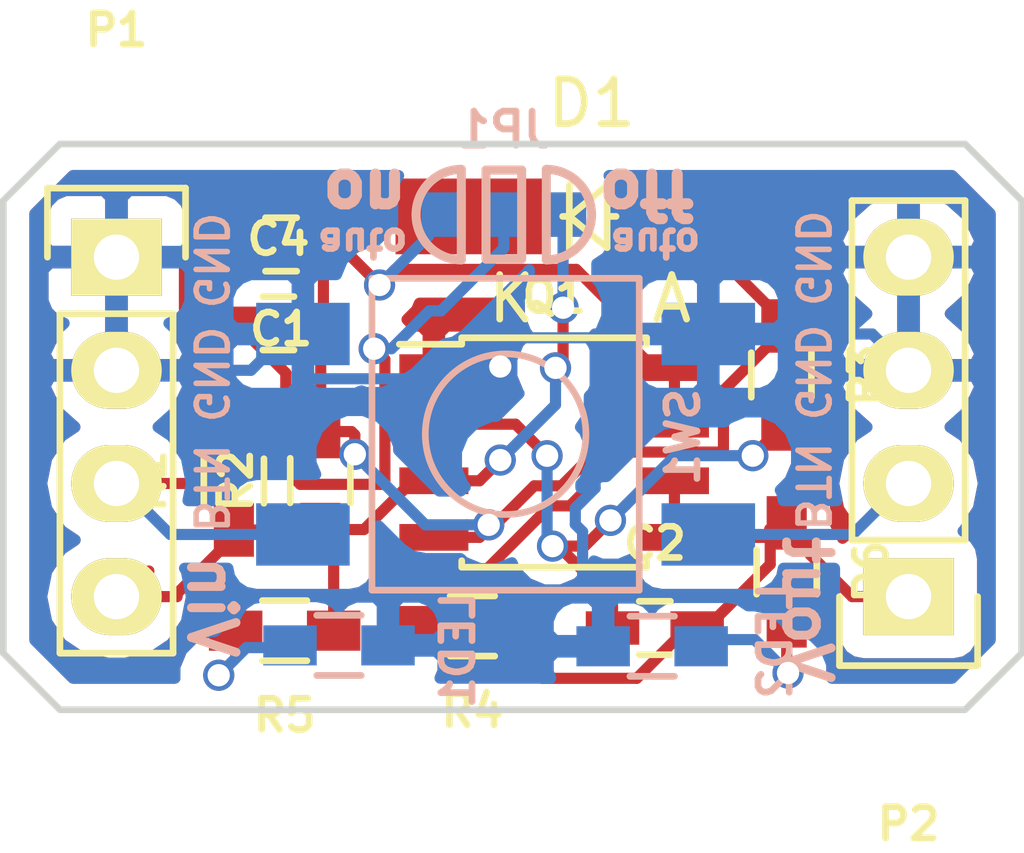
<source format=kicad_pcb>
(kicad_pcb (version 4) (host pcbnew 4.1.0-alpha+201606061201+6885~45~ubuntu14.04.1-product)

  (general
    (links 37)
    (no_connects 1)
    (area 215.824999 100.254999 238.835001 113.105001)
    (thickness 1.6)
    (drawings 20)
    (tracks 196)
    (zones 0)
    (modules 17)
    (nets 11)
  )

  (page A4)
  (layers
    (0 F.Cu signal)
    (31 B.Cu signal)
    (32 B.Adhes user)
    (33 F.Adhes user)
    (34 B.Paste user)
    (35 F.Paste user)
    (36 B.SilkS user hide)
    (37 F.SilkS user)
    (38 B.Mask user)
    (39 F.Mask user)
    (40 Dwgs.User user)
    (41 Cmts.User user)
    (42 Eco1.User user)
    (43 Eco2.User user)
    (44 Edge.Cuts user)
    (45 Margin user)
    (46 B.CrtYd user)
    (47 F.CrtYd user)
    (48 B.Fab user)
    (49 F.Fab user)
  )

  (setup
    (last_trace_width 0.25)
    (user_trace_width 0.2)
    (trace_clearance 0.2)
    (zone_clearance 0.508)
    (zone_45_only no)
    (trace_min 0.2)
    (segment_width 0.2)
    (edge_width 0.15)
    (via_size 0.7)
    (via_drill 0.5)
    (via_min_size 0.4)
    (via_min_drill 0.3)
    (uvia_size 0.3)
    (uvia_drill 0.1)
    (uvias_allowed no)
    (uvia_min_size 0.2)
    (uvia_min_drill 0.1)
    (pcb_text_width 0.3)
    (pcb_text_size 1.5 1.5)
    (mod_edge_width 0.15)
    (mod_text_size 0.7 0.7)
    (mod_text_width 0.15)
    (pad_size 1.524 1.524)
    (pad_drill 0.762)
    (pad_to_mask_clearance 0.2)
    (aux_axis_origin 0 0)
    (grid_origin 217.175 100.345)
    (visible_elements 7FFCFFFF)
    (pcbplotparams
      (layerselection 0x010f0_80000001)
      (usegerberextensions true)
      (excludeedgelayer true)
      (linewidth 0.100000)
      (plotframeref false)
      (viasonmask false)
      (mode 1)
      (useauxorigin false)
      (hpglpennumber 1)
      (hpglpenspeed 20)
      (hpglpendiameter 15)
      (psnegative false)
      (psa4output false)
      (plotreference true)
      (plotvalue true)
      (plotinvisibletext false)
      (padsonsilk false)
      (subtractmaskfromsilk false)
      (outputformat 1)
      (mirror false)
      (drillshape 0)
      (scaleselection 1)
      (outputdirectory ../gerbers/))
  )

  (net 0 "")
  (net 1 "Net-(C1-Pad1)")
  (net 2 /Button)
  (net 3 "Net-(C2-Pad1)")
  (net 4 /Vout)
  (net 5 "Net-(D1-Pad2)")
  (net 6 GND)
  (net 7 /Vin)
  (net 8 "Net-(LED2-Pad2)")
  (net 9 "Net-(LED1-Pad2)")
  (net 10 "Net-(C4-Pad1)")

  (net_class Default "This is the default net class."
    (clearance 0.2)
    (trace_width 0.25)
    (via_dia 0.7)
    (via_drill 0.5)
    (uvia_dia 0.3)
    (uvia_drill 0.1)
    (add_net /Button)
    (add_net /Vin)
    (add_net /Vout)
    (add_net GND)
    (add_net "Net-(C1-Pad1)")
    (add_net "Net-(C2-Pad1)")
    (add_net "Net-(C4-Pad1)")
    (add_net "Net-(D1-Pad2)")
    (add_net "Net-(LED1-Pad2)")
    (add_net "Net-(LED2-Pad2)")
  )

  (module KiCad/Resistors_SMD.pretty:R_0603_HandSoldering (layer F.Cu) (tedit 5418A00F) (tstamp 5759521E)
    (at 233.485 109.935 270)
    (descr "Resistor SMD 0603, hand soldering")
    (tags "resistor 0603")
    (path /57595185)
    (attr smd)
    (fp_text reference R6 (at 0 -1.9 270) (layer F.SilkS)
      (effects (font (size 0.7 0.7) (thickness 0.15)))
    )
    (fp_text value 1k (at 0 1.9 270) (layer F.Fab)
      (effects (font (size 1 1) (thickness 0.15)))
    )
    (fp_line (start -2 -0.8) (end 2 -0.8) (layer F.CrtYd) (width 0.05))
    (fp_line (start -2 0.8) (end 2 0.8) (layer F.CrtYd) (width 0.05))
    (fp_line (start -2 -0.8) (end -2 0.8) (layer F.CrtYd) (width 0.05))
    (fp_line (start 2 -0.8) (end 2 0.8) (layer F.CrtYd) (width 0.05))
    (fp_line (start 0.5 0.675) (end -0.5 0.675) (layer F.SilkS) (width 0.15))
    (fp_line (start -0.5 -0.675) (end 0.5 -0.675) (layer F.SilkS) (width 0.15))
    (pad 1 smd rect (at -1.1 0 270) (size 1.2 0.9) (layers F.Cu F.Paste F.Mask)
      (net 4 /Vout))
    (pad 2 smd rect (at 1.1 0 270) (size 1.2 0.9) (layers F.Cu F.Paste F.Mask)
      (net 8 "Net-(LED2-Pad2)"))
    (model Resistors_SMD.3dshapes/R_0603_HandSoldering.wrl
      (at (xyz 0 0 0))
      (scale (xyz 1 1 1))
      (rotate (xyz 0 0 0))
    )
  )

  (module KiCad/Resistors_SMD.pretty:R_0603_HandSoldering (layer F.Cu) (tedit 5418A00F) (tstamp 5759522E)
    (at 222.215 111.255 180)
    (descr "Resistor SMD 0603, hand soldering")
    (tags "resistor 0603")
    (path /57595945)
    (attr smd)
    (fp_text reference R5 (at 0 -1.9 180) (layer F.SilkS)
      (effects (font (size 0.7 0.7) (thickness 0.15)))
    )
    (fp_text value 1k (at 0 1.9 180) (layer F.Fab)
      (effects (font (size 1 1) (thickness 0.15)))
    )
    (fp_line (start -2 -0.8) (end 2 -0.8) (layer F.CrtYd) (width 0.05))
    (fp_line (start -2 0.8) (end 2 0.8) (layer F.CrtYd) (width 0.05))
    (fp_line (start -2 -0.8) (end -2 0.8) (layer F.CrtYd) (width 0.05))
    (fp_line (start 2 -0.8) (end 2 0.8) (layer F.CrtYd) (width 0.05))
    (fp_line (start 0.5 0.675) (end -0.5 0.675) (layer F.SilkS) (width 0.15))
    (fp_line (start -0.5 -0.675) (end 0.5 -0.675) (layer F.SilkS) (width 0.15))
    (pad 1 smd rect (at -1.1 0 180) (size 1.2 0.9) (layers F.Cu F.Paste F.Mask)
      (net 7 /Vin))
    (pad 2 smd rect (at 1.1 0 180) (size 1.2 0.9) (layers F.Cu F.Paste F.Mask)
      (net 9 "Net-(LED1-Pad2)"))
    (model Resistors_SMD.3dshapes/R_0603_HandSoldering.wrl
      (at (xyz 0 0 0))
      (scale (xyz 1 1 1))
      (rotate (xyz 0 0 0))
    )
  )

  (module KiCad/Resistors_SMD.pretty:R_0603_HandSoldering (layer F.Cu) (tedit 5418A00F) (tstamp 57595239)
    (at 226.43 111.15 180)
    (descr "Resistor SMD 0603, hand soldering")
    (tags "resistor 0603")
    (path /569FD783)
    (attr smd)
    (fp_text reference R4 (at 0 -1.9 180) (layer F.SilkS)
      (effects (font (size 0.7 0.7) (thickness 0.15)))
    )
    (fp_text value 100k (at 0 1.9 180) (layer F.Fab)
      (effects (font (size 1 1) (thickness 0.15)))
    )
    (fp_line (start -2 -0.8) (end 2 -0.8) (layer F.CrtYd) (width 0.05))
    (fp_line (start -2 0.8) (end 2 0.8) (layer F.CrtYd) (width 0.05))
    (fp_line (start -2 -0.8) (end -2 0.8) (layer F.CrtYd) (width 0.05))
    (fp_line (start 2 -0.8) (end 2 0.8) (layer F.CrtYd) (width 0.05))
    (fp_line (start 0.5 0.675) (end -0.5 0.675) (layer F.SilkS) (width 0.15))
    (fp_line (start -0.5 -0.675) (end 0.5 -0.675) (layer F.SilkS) (width 0.15))
    (pad 1 smd rect (at -1.1 0 180) (size 1.2 0.9) (layers F.Cu F.Paste F.Mask)
      (net 4 /Vout))
    (pad 2 smd rect (at 1.1 0 180) (size 1.2 0.9) (layers F.Cu F.Paste F.Mask)
      (net 5 "Net-(D1-Pad2)"))
    (model Resistors_SMD.3dshapes/R_0603_HandSoldering.wrl
      (at (xyz 0 0 0))
      (scale (xyz 1 1 1))
      (rotate (xyz 0 0 0))
    )
  )

  (module KiCad/Resistors_SMD.pretty:R_0603_HandSoldering (layer F.Cu) (tedit 5418A00F) (tstamp 57595248)
    (at 221.075 107.895 90)
    (descr "Resistor SMD 0603, hand soldering")
    (tags "resistor 0603")
    (path /569FC430)
    (attr smd)
    (fp_text reference R1 (at 0 -1.9 90) (layer F.SilkS)
      (effects (font (size 0.7 0.7) (thickness 0.15)))
    )
    (fp_text value 10k (at 0 1.9 90) (layer F.Fab)
      (effects (font (size 1 1) (thickness 0.15)))
    )
    (fp_line (start -2 -0.8) (end 2 -0.8) (layer F.CrtYd) (width 0.05))
    (fp_line (start -2 0.8) (end 2 0.8) (layer F.CrtYd) (width 0.05))
    (fp_line (start -2 -0.8) (end -2 0.8) (layer F.CrtYd) (width 0.05))
    (fp_line (start 2 -0.8) (end 2 0.8) (layer F.CrtYd) (width 0.05))
    (fp_line (start 0.5 0.675) (end -0.5 0.675) (layer F.SilkS) (width 0.15))
    (fp_line (start -0.5 -0.675) (end 0.5 -0.675) (layer F.SilkS) (width 0.15))
    (pad 1 smd rect (at -1.1 0 90) (size 1.2 0.9) (layers F.Cu F.Paste F.Mask)
      (net 7 /Vin))
    (pad 2 smd rect (at 1.1 0 90) (size 1.2 0.9) (layers F.Cu F.Paste F.Mask)
      (net 2 /Button))
    (model Resistors_SMD.3dshapes/R_0603_HandSoldering.wrl
      (at (xyz 0 0 0))
      (scale (xyz 1 1 1))
      (rotate (xyz 0 0 0))
    )
  )

  (module KiCad/Resistors_SMD.pretty:R_0603_HandSoldering (layer F.Cu) (tedit 5418A00F) (tstamp 57595257)
    (at 223.015 107.885 90)
    (descr "Resistor SMD 0603, hand soldering")
    (tags "resistor 0603")
    (path /569FC492)
    (attr smd)
    (fp_text reference R2 (at 0 -1.9 90) (layer F.SilkS)
      (effects (font (size 0.7 0.7) (thickness 0.15)))
    )
    (fp_text value 100k (at 0 1.9 90) (layer F.Fab)
      (effects (font (size 1 1) (thickness 0.15)))
    )
    (fp_line (start -2 -0.8) (end 2 -0.8) (layer F.CrtYd) (width 0.05))
    (fp_line (start -2 0.8) (end 2 0.8) (layer F.CrtYd) (width 0.05))
    (fp_line (start -2 -0.8) (end -2 0.8) (layer F.CrtYd) (width 0.05))
    (fp_line (start 2 -0.8) (end 2 0.8) (layer F.CrtYd) (width 0.05))
    (fp_line (start 0.5 0.675) (end -0.5 0.675) (layer F.SilkS) (width 0.15))
    (fp_line (start -0.5 -0.675) (end 0.5 -0.675) (layer F.SilkS) (width 0.15))
    (pad 1 smd rect (at -1.1 0 90) (size 1.2 0.9) (layers F.Cu F.Paste F.Mask)
      (net 7 /Vin))
    (pad 2 smd rect (at 1.1 0 90) (size 1.2 0.9) (layers F.Cu F.Paste F.Mask)
      (net 1 "Net-(C1-Pad1)"))
    (model Resistors_SMD.3dshapes/R_0603_HandSoldering.wrl
      (at (xyz 0 0 0))
      (scale (xyz 1 1 1))
      (rotate (xyz 0 0 0))
    )
  )

  (module KiCad/Resistors_SMD.pretty:R_0603_HandSoldering (layer F.Cu) (tedit 5418A00F) (tstamp 57595266)
    (at 233.365 105.515 270)
    (descr "Resistor SMD 0603, hand soldering")
    (tags "resistor 0603")
    (path /569FD864)
    (attr smd)
    (fp_text reference R3 (at 0 -1.9 270) (layer F.SilkS)
      (effects (font (size 0.7 0.7) (thickness 0.15)))
    )
    (fp_text value 300k (at 0 1.9 270) (layer F.Fab)
      (effects (font (size 1 1) (thickness 0.15)))
    )
    (fp_line (start -2 -0.8) (end 2 -0.8) (layer F.CrtYd) (width 0.05))
    (fp_line (start -2 0.8) (end 2 0.8) (layer F.CrtYd) (width 0.05))
    (fp_line (start -2 -0.8) (end -2 0.8) (layer F.CrtYd) (width 0.05))
    (fp_line (start 2 -0.8) (end 2 0.8) (layer F.CrtYd) (width 0.05))
    (fp_line (start 0.5 0.675) (end -0.5 0.675) (layer F.SilkS) (width 0.15))
    (fp_line (start -0.5 -0.675) (end 0.5 -0.675) (layer F.SilkS) (width 0.15))
    (pad 1 smd rect (at -1.1 0 270) (size 1.2 0.9) (layers F.Cu F.Paste F.Mask)
      (net 5 "Net-(D1-Pad2)"))
    (pad 2 smd rect (at 1.1 0 270) (size 1.2 0.9) (layers F.Cu F.Paste F.Mask)
      (net 3 "Net-(C2-Pad1)"))
    (model Resistors_SMD.3dshapes/R_0603_HandSoldering.wrl
      (at (xyz 0 0 0))
      (scale (xyz 1 1 1))
      (rotate (xyz 0 0 0))
    )
  )

  (module KiCad/Pin_Headers.pretty:Pin_Header_Straight_1x04 (layer F.Cu) (tedit 0) (tstamp 57595275)
    (at 236.22 110.49 180)
    (descr "Through hole pin header")
    (tags "pin header")
    (path /569FCF63)
    (fp_text reference P2 (at 0 -5.1 180) (layer F.SilkS)
      (effects (font (size 0.7 0.7) (thickness 0.15)))
    )
    (fp_text value CONN_01X04 (at 0 -3.1 180) (layer F.Fab)
      (effects (font (size 1 1) (thickness 0.15)))
    )
    (fp_line (start -1.75 -1.75) (end -1.75 9.4) (layer F.CrtYd) (width 0.05))
    (fp_line (start 1.75 -1.75) (end 1.75 9.4) (layer F.CrtYd) (width 0.05))
    (fp_line (start -1.75 -1.75) (end 1.75 -1.75) (layer F.CrtYd) (width 0.05))
    (fp_line (start -1.75 9.4) (end 1.75 9.4) (layer F.CrtYd) (width 0.05))
    (fp_line (start -1.27 1.27) (end -1.27 8.89) (layer F.SilkS) (width 0.15))
    (fp_line (start 1.27 1.27) (end 1.27 8.89) (layer F.SilkS) (width 0.15))
    (fp_line (start 1.55 -1.55) (end 1.55 0) (layer F.SilkS) (width 0.15))
    (fp_line (start -1.27 8.89) (end 1.27 8.89) (layer F.SilkS) (width 0.15))
    (fp_line (start 1.27 1.27) (end -1.27 1.27) (layer F.SilkS) (width 0.15))
    (fp_line (start -1.55 0) (end -1.55 -1.55) (layer F.SilkS) (width 0.15))
    (fp_line (start -1.55 -1.55) (end 1.55 -1.55) (layer F.SilkS) (width 0.15))
    (pad 1 thru_hole rect (at 0 0 180) (size 2.032 1.7272) (drill 1.016) (layers *.Cu *.Mask F.SilkS)
      (net 4 /Vout))
    (pad 2 thru_hole oval (at 0 2.54 180) (size 2.032 1.7272) (drill 1.016) (layers *.Cu *.Mask F.SilkS)
      (net 2 /Button))
    (pad 3 thru_hole oval (at 0 5.08 180) (size 2.032 1.7272) (drill 1.016) (layers *.Cu *.Mask F.SilkS)
      (net 6 GND))
    (pad 4 thru_hole oval (at 0 7.62 180) (size 2.032 1.7272) (drill 1.016) (layers *.Cu *.Mask F.SilkS)
      (net 6 GND))
    (model Pin_Headers.3dshapes/Pin_Header_Straight_1x04.wrl
      (at (xyz 0 -0.15 0))
      (scale (xyz 1 1 1))
      (rotate (xyz 0 0 90))
    )
  )

  (module KiCad/Pin_Headers.pretty:Pin_Header_Straight_1x04 (layer F.Cu) (tedit 0) (tstamp 5759528A)
    (at 218.44 102.87)
    (descr "Through hole pin header")
    (tags "pin header")
    (path /569FC392)
    (fp_text reference P1 (at 0 -5.1) (layer F.SilkS)
      (effects (font (size 0.7 0.7) (thickness 0.15)))
    )
    (fp_text value CONN_01X04 (at 0 -3.1) (layer F.Fab)
      (effects (font (size 1 1) (thickness 0.15)))
    )
    (fp_line (start -1.75 -1.75) (end -1.75 9.4) (layer F.CrtYd) (width 0.05))
    (fp_line (start 1.75 -1.75) (end 1.75 9.4) (layer F.CrtYd) (width 0.05))
    (fp_line (start -1.75 -1.75) (end 1.75 -1.75) (layer F.CrtYd) (width 0.05))
    (fp_line (start -1.75 9.4) (end 1.75 9.4) (layer F.CrtYd) (width 0.05))
    (fp_line (start -1.27 1.27) (end -1.27 8.89) (layer F.SilkS) (width 0.15))
    (fp_line (start 1.27 1.27) (end 1.27 8.89) (layer F.SilkS) (width 0.15))
    (fp_line (start 1.55 -1.55) (end 1.55 0) (layer F.SilkS) (width 0.15))
    (fp_line (start -1.27 8.89) (end 1.27 8.89) (layer F.SilkS) (width 0.15))
    (fp_line (start 1.27 1.27) (end -1.27 1.27) (layer F.SilkS) (width 0.15))
    (fp_line (start -1.55 0) (end -1.55 -1.55) (layer F.SilkS) (width 0.15))
    (fp_line (start -1.55 -1.55) (end 1.55 -1.55) (layer F.SilkS) (width 0.15))
    (pad 1 thru_hole rect (at 0 0) (size 2.032 1.7272) (drill 1.016) (layers *.Cu *.Mask F.SilkS)
      (net 6 GND))
    (pad 2 thru_hole oval (at 0 2.54) (size 2.032 1.7272) (drill 1.016) (layers *.Cu *.Mask F.SilkS)
      (net 6 GND))
    (pad 3 thru_hole oval (at 0 5.08) (size 2.032 1.7272) (drill 1.016) (layers *.Cu *.Mask F.SilkS)
      (net 2 /Button))
    (pad 4 thru_hole oval (at 0 7.62) (size 2.032 1.7272) (drill 1.016) (layers *.Cu *.Mask F.SilkS)
      (net 7 /Vin))
    (model Pin_Headers.3dshapes/Pin_Header_Straight_1x04.wrl
      (at (xyz 0 -0.15 0))
      (scale (xyz 1 1 1))
      (rotate (xyz 0 0 90))
    )
  )

  (module KiCad/Capacitors_SMD.pretty:C_0603_HandSoldering (layer F.Cu) (tedit 541A9B4D) (tstamp 575952CE)
    (at 230.525 111.195)
    (descr "Capacitor SMD 0603, hand soldering")
    (tags "capacitor 0603")
    (path /569FCE3F)
    (attr smd)
    (fp_text reference C2 (at 0 -1.9) (layer F.SilkS)
      (effects (font (size 0.7 0.7) (thickness 0.15)))
    )
    (fp_text value 10uF (at 0 1.9) (layer F.Fab)
      (effects (font (size 1 1) (thickness 0.15)))
    )
    (fp_line (start -1.85 -0.75) (end 1.85 -0.75) (layer F.CrtYd) (width 0.05))
    (fp_line (start -1.85 0.75) (end 1.85 0.75) (layer F.CrtYd) (width 0.05))
    (fp_line (start -1.85 -0.75) (end -1.85 0.75) (layer F.CrtYd) (width 0.05))
    (fp_line (start 1.85 -0.75) (end 1.85 0.75) (layer F.CrtYd) (width 0.05))
    (fp_line (start -0.35 -0.6) (end 0.35 -0.6) (layer F.SilkS) (width 0.15))
    (fp_line (start 0.35 0.6) (end -0.35 0.6) (layer F.SilkS) (width 0.15))
    (pad 1 smd rect (at -0.95 0) (size 1.2 0.75) (layers F.Cu F.Paste F.Mask)
      (net 3 "Net-(C2-Pad1)"))
    (pad 2 smd rect (at 0.95 0) (size 1.2 0.75) (layers F.Cu F.Paste F.Mask)
      (net 4 /Vout))
    (model Capacitors_SMD.3dshapes/C_0603_HandSoldering.wrl
      (at (xyz 0 0 0))
      (scale (xyz 1 1 1))
      (rotate (xyz 0 0 0))
    )
  )

  (module KiCad/Capacitors_SMD.pretty:C_0603_HandSoldering (layer F.Cu) (tedit 541A9B4D) (tstamp 575952E2)
    (at 222.075 104.355)
    (descr "Capacitor SMD 0603, hand soldering")
    (tags "capacitor 0603")
    (path /57563AC8)
    (attr smd)
    (fp_text reference C4 (at 0 -1.9) (layer F.SilkS)
      (effects (font (size 0.7 0.7) (thickness 0.15)))
    )
    (fp_text value 0.1uF (at 0 1.9) (layer F.Fab)
      (effects (font (size 1 1) (thickness 0.15)))
    )
    (fp_line (start -1.85 -0.75) (end 1.85 -0.75) (layer F.CrtYd) (width 0.05))
    (fp_line (start -1.85 0.75) (end 1.85 0.75) (layer F.CrtYd) (width 0.05))
    (fp_line (start -1.85 -0.75) (end -1.85 0.75) (layer F.CrtYd) (width 0.05))
    (fp_line (start 1.85 -0.75) (end 1.85 0.75) (layer F.CrtYd) (width 0.05))
    (fp_line (start -0.35 -0.6) (end 0.35 -0.6) (layer F.SilkS) (width 0.15))
    (fp_line (start 0.35 0.6) (end -0.35 0.6) (layer F.SilkS) (width 0.15))
    (pad 1 smd rect (at -0.95 0) (size 1.2 0.75) (layers F.Cu F.Paste F.Mask)
      (net 10 "Net-(C4-Pad1)"))
    (pad 2 smd rect (at 0.95 0) (size 1.2 0.75) (layers F.Cu F.Paste F.Mask)
      (net 1 "Net-(C1-Pad1)"))
    (model Capacitors_SMD.3dshapes/C_0603_HandSoldering.wrl
      (at (xyz 0 0 0))
      (scale (xyz 1 1 1))
      (rotate (xyz 0 0 0))
    )
  )

  (module KiCad/Capacitors_SMD.pretty:C_0603_HandSoldering (layer F.Cu) (tedit 541A9B4D) (tstamp 575952ED)
    (at 222.135 102.585 180)
    (descr "Capacitor SMD 0603, hand soldering")
    (tags "capacitor 0603")
    (path /569FC537)
    (attr smd)
    (fp_text reference C1 (at 0 -1.9 180) (layer F.SilkS)
      (effects (font (size 0.7 0.7) (thickness 0.15)))
    )
    (fp_text value 1uF (at 0 1.9 180) (layer F.Fab)
      (effects (font (size 1 1) (thickness 0.15)))
    )
    (fp_line (start -1.85 -0.75) (end 1.85 -0.75) (layer F.CrtYd) (width 0.05))
    (fp_line (start -1.85 0.75) (end 1.85 0.75) (layer F.CrtYd) (width 0.05))
    (fp_line (start -1.85 -0.75) (end -1.85 0.75) (layer F.CrtYd) (width 0.05))
    (fp_line (start 1.85 -0.75) (end 1.85 0.75) (layer F.CrtYd) (width 0.05))
    (fp_line (start -0.35 -0.6) (end 0.35 -0.6) (layer F.SilkS) (width 0.15))
    (fp_line (start 0.35 0.6) (end -0.35 0.6) (layer F.SilkS) (width 0.15))
    (pad 1 smd rect (at -0.95 0 180) (size 1.2 0.75) (layers F.Cu F.Paste F.Mask)
      (net 1 "Net-(C1-Pad1)"))
    (pad 2 smd rect (at 0.95 0 180) (size 1.2 0.75) (layers F.Cu F.Paste F.Mask)
      (net 2 /Button))
    (model Capacitors_SMD.3dshapes/C_0603_HandSoldering.wrl
      (at (xyz 0 0 0))
      (scale (xyz 1 1 1))
      (rotate (xyz 0 0 0))
    )
  )

  (module custom:FSM2JSMA (layer B.Cu) (tedit 57596A88) (tstamp 57596D36)
    (at 227.175 106.845 270)
    (path /569FEA9F)
    (fp_text reference SW1 (at 0.06 -3.98 90) (layer B.SilkS)
      (effects (font (size 0.7 0.7) (thickness 0.15)) (justify mirror))
    )
    (fp_text value SW_PUSH_SMALL (at 0 0.5 270) (layer B.Fab)
      (effects (font (size 1 1) (thickness 0.15)) (justify mirror))
    )
    (fp_circle (center 0 0) (end 1.5 -1) (layer B.SilkS) (width 0.15))
    (fp_line (start 3.5 3) (end -3.5 3) (layer B.SilkS) (width 0.15))
    (fp_line (start 3.5 -3) (end 3.5 3) (layer B.SilkS) (width 0.15))
    (fp_line (start -3.5 -3) (end 3.5 -3) (layer B.SilkS) (width 0.15))
    (fp_line (start -3.5 3) (end -3.5 -3) (layer B.SilkS) (width 0.15))
    (pad 2 smd rect (at -2.25 4.55 270) (size 1.4 2.1) (layers B.Cu B.Paste B.Mask)
      (net 6 GND))
    (pad 1 smd rect (at 2.25 -4.55 270) (size 1.4 2.1) (layers B.Cu B.Paste B.Mask)
      (net 2 /Button))
    (pad 2 smd rect (at -2.25 -4.55 270) (size 1.4 2.1) (layers B.Cu B.Paste B.Mask)
      (net 6 GND))
    (pad 1 smd rect (at 2.25 4.55 270) (size 1.4 2.1) (layers B.Cu B.Paste B.Mask)
      (net 2 /Button))
  )

  (module KiCad/Housings_SOIC.pretty:SOIC-8_3.9x4.9mm_Pitch1.27mm (layer F.Cu) (tedit 54130A77) (tstamp 57598F4B)
    (at 228.265 107.255)
    (descr "8-Lead Plastic Small Outline (SN) - Narrow, 3.90 mm Body [SOIC] (see Microchip Packaging Specification 00000049BS.pdf)")
    (tags "SOIC 1.27")
    (path /569FBD83)
    (attr smd)
    (fp_text reference Q1 (at 0 -3.5) (layer F.SilkS)
      (effects (font (size 0.7 0.7) (thickness 0.15)))
    )
    (fp_text value IRF7309IPBF (at 0 3.5) (layer F.Fab)
      (effects (font (size 1 1) (thickness 0.15)))
    )
    (fp_line (start -3.75 -2.75) (end -3.75 2.75) (layer F.CrtYd) (width 0.05))
    (fp_line (start 3.75 -2.75) (end 3.75 2.75) (layer F.CrtYd) (width 0.05))
    (fp_line (start -3.75 -2.75) (end 3.75 -2.75) (layer F.CrtYd) (width 0.05))
    (fp_line (start -3.75 2.75) (end 3.75 2.75) (layer F.CrtYd) (width 0.05))
    (fp_line (start -2.075 -2.575) (end -2.075 -2.43) (layer F.SilkS) (width 0.15))
    (fp_line (start 2.075 -2.575) (end 2.075 -2.43) (layer F.SilkS) (width 0.15))
    (fp_line (start 2.075 2.575) (end 2.075 2.43) (layer F.SilkS) (width 0.15))
    (fp_line (start -2.075 2.575) (end -2.075 2.43) (layer F.SilkS) (width 0.15))
    (fp_line (start -2.075 -2.575) (end 2.075 -2.575) (layer F.SilkS) (width 0.15))
    (fp_line (start -2.075 2.575) (end 2.075 2.575) (layer F.SilkS) (width 0.15))
    (fp_line (start -2.075 -2.43) (end -3.475 -2.43) (layer F.SilkS) (width 0.15))
    (pad 1 smd rect (at -2.7 -1.905) (size 1.55 0.6) (layers F.Cu F.Paste F.Mask)
      (net 6 GND))
    (pad 2 smd rect (at -2.7 -0.635) (size 1.55 0.6) (layers F.Cu F.Paste F.Mask)
      (net 3 "Net-(C2-Pad1)"))
    (pad 3 smd rect (at -2.7 0.635) (size 1.55 0.6) (layers F.Cu F.Paste F.Mask)
      (net 7 /Vin))
    (pad 4 smd rect (at -2.7 1.905) (size 1.55 0.6) (layers F.Cu F.Paste F.Mask)
      (net 1 "Net-(C1-Pad1)"))
    (pad 5 smd rect (at 2.7 1.905) (size 1.55 0.6) (layers F.Cu F.Paste F.Mask)
      (net 4 /Vout))
    (pad 6 smd rect (at 2.7 0.635) (size 1.55 0.6) (layers F.Cu F.Paste F.Mask)
      (net 4 /Vout))
    (pad 7 smd rect (at 2.7 -0.635) (size 1.55 0.6) (layers F.Cu F.Paste F.Mask)
      (net 1 "Net-(C1-Pad1)"))
    (pad 8 smd rect (at 2.7 -1.905) (size 1.55 0.6) (layers F.Cu F.Paste F.Mask)
      (net 1 "Net-(C1-Pad1)"))
    (model Housings_SOIC.3dshapes/SOIC-8_3.9x4.9mm_Pitch1.27mm.wrl
      (at (xyz 0 0 0))
      (scale (xyz 1 1 1))
      (rotate (xyz 0 0 0))
    )
  )

  (module KiCad/Resistors_SMD.pretty:R_0603_HandSoldering (layer B.Cu) (tedit 5418A00F) (tstamp 575992A4)
    (at 230.465 111.605)
    (descr "Resistor SMD 0603, hand soldering")
    (tags "resistor 0603")
    (path /57594F96)
    (attr smd)
    (fp_text reference LED2 (at 2.76 -0.12 90) (layer B.SilkS)
      (effects (font (size 0.7 0.7) (thickness 0.15)) (justify mirror))
    )
    (fp_text value LED (at 0 -1.9) (layer B.Fab)
      (effects (font (size 1 1) (thickness 0.15)) (justify mirror))
    )
    (fp_line (start -2 0.8) (end 2 0.8) (layer B.CrtYd) (width 0.05))
    (fp_line (start -2 -0.8) (end 2 -0.8) (layer B.CrtYd) (width 0.05))
    (fp_line (start -2 0.8) (end -2 -0.8) (layer B.CrtYd) (width 0.05))
    (fp_line (start 2 0.8) (end 2 -0.8) (layer B.CrtYd) (width 0.05))
    (fp_line (start 0.5 -0.675) (end -0.5 -0.675) (layer B.SilkS) (width 0.15))
    (fp_line (start -0.5 0.675) (end 0.5 0.675) (layer B.SilkS) (width 0.15))
    (pad 1 smd rect (at -1.1 0) (size 1.2 0.9) (layers B.Cu B.Paste B.Mask)
      (net 6 GND))
    (pad 2 smd rect (at 1.1 0) (size 1.2 0.9) (layers B.Cu B.Paste B.Mask)
      (net 8 "Net-(LED2-Pad2)"))
    (model Resistors_SMD.3dshapes/R_0603_HandSoldering.wrl
      (at (xyz 0 0 0))
      (scale (xyz 1 1 1))
      (rotate (xyz 0 0 0))
    )
  )

  (module KiCad/Resistors_SMD.pretty:R_0603_HandSoldering (layer B.Cu) (tedit 5418A00F) (tstamp 575992B3)
    (at 223.435 111.585 180)
    (descr "Resistor SMD 0603, hand soldering")
    (tags "resistor 0603")
    (path /5759593F)
    (attr smd)
    (fp_text reference LED1 (at -2.67 -0.11 90) (layer B.SilkS)
      (effects (font (size 0.7 0.7) (thickness 0.15)) (justify mirror))
    )
    (fp_text value LED (at 0 -1.9 180) (layer B.Fab)
      (effects (font (size 1 1) (thickness 0.15)) (justify mirror))
    )
    (fp_line (start -2 0.8) (end 2 0.8) (layer B.CrtYd) (width 0.05))
    (fp_line (start -2 -0.8) (end 2 -0.8) (layer B.CrtYd) (width 0.05))
    (fp_line (start -2 0.8) (end -2 -0.8) (layer B.CrtYd) (width 0.05))
    (fp_line (start 2 0.8) (end 2 -0.8) (layer B.CrtYd) (width 0.05))
    (fp_line (start 0.5 -0.675) (end -0.5 -0.675) (layer B.SilkS) (width 0.15))
    (fp_line (start -0.5 0.675) (end 0.5 0.675) (layer B.SilkS) (width 0.15))
    (pad 1 smd rect (at -1.1 0 180) (size 1.2 0.9) (layers B.Cu B.Paste B.Mask)
      (net 6 GND))
    (pad 2 smd rect (at 1.1 0 180) (size 1.2 0.9) (layers B.Cu B.Paste B.Mask)
      (net 9 "Net-(LED1-Pad2)"))
    (model Resistors_SMD.3dshapes/R_0603_HandSoldering.wrl
      (at (xyz 0 0 0))
      (scale (xyz 1 1 1))
      (rotate (xyz 0 0 0))
    )
  )

  (module KiCad/Diodes_SMD.pretty:MiniMELF_Handsoldering (layer F.Cu) (tedit 5530FDE5) (tstamp 575AA7FF)
    (at 229.105 101.955)
    (descr "Diode Mini-MELF Handsoldering")
    (tags "Diode Mini-MELF Handsoldering")
    (path /569FCB4E)
    (attr smd)
    (fp_text reference D1 (at 0 -2.54) (layer F.SilkS)
      (effects (font (size 1 1) (thickness 0.15)))
    )
    (fp_text value D (at 0 3.81) (layer F.Fab)
      (effects (font (size 1 1) (thickness 0.15)))
    )
    (fp_line (start -4.55 -1) (end 4.55 -1) (layer F.CrtYd) (width 0.05))
    (fp_line (start 4.55 -1) (end 4.55 1) (layer F.CrtYd) (width 0.05))
    (fp_line (start 4.55 1) (end -4.55 1) (layer F.CrtYd) (width 0.05))
    (fp_line (start -4.55 1) (end -4.55 -1) (layer F.CrtYd) (width 0.05))
    (fp_line (start -0.49958 0) (end -0.64944 0) (layer F.SilkS) (width 0.15))
    (fp_line (start 0.34878 0) (end 0.54944 0) (layer F.SilkS) (width 0.15))
    (fp_line (start -0.49958 0) (end -0.49958 0.7493) (layer F.SilkS) (width 0.15))
    (fp_line (start -0.49958 0) (end -0.49958 -0.70104) (layer F.SilkS) (width 0.15))
    (fp_line (start -0.49958 0) (end 0.34878 -0.70104) (layer F.SilkS) (width 0.15))
    (fp_line (start 0.34878 -0.70104) (end 0.34878 0.70104) (layer F.SilkS) (width 0.15))
    (fp_line (start 0.34878 0.70104) (end -0.49958 0) (layer F.SilkS) (width 0.15))
    (fp_text user K (at -1.8 1.85) (layer F.SilkS)
      (effects (font (size 1 1) (thickness 0.15)))
    )
    (fp_text user A (at 1.8 1.85) (layer F.SilkS)
      (effects (font (size 1 1) (thickness 0.15)))
    )
    (pad 1 smd rect (at -2.75082 0) (size 3.29946 1.69926) (layers F.Cu F.Paste F.Mask)
      (net 2 /Button))
    (pad 2 smd rect (at 2.75082 0) (size 3.29946 1.69926) (layers F.Cu F.Paste F.Mask)
      (net 5 "Net-(D1-Pad2)"))
    (model Diodes_SMD.3dshapes/MiniMELF_Handsoldering.wrl
      (at (xyz 0 0 0))
      (scale (xyz 0.3937 0.3937 0.3937))
      (rotate (xyz 0 0 180))
    )
  )

  (module mcous/kicad-lib/footprints/jumper.pretty:SOLDER-JUMPER_2-WAY (layer B.Cu) (tedit 0) (tstamp 575AB133)
    (at 227.135 101.915)
    (path /5756527F)
    (fp_text reference JP1 (at 0 -1.905) (layer B.SilkS)
      (effects (font (size 0.762 0.762) (thickness 0.1524)) (justify mirror))
    )
    (fp_text value JUMPER3 (at 0 0) (layer B.SilkS) hide
      (effects (font (size 0.762 0.762) (thickness 0.1524)) (justify mirror))
    )
    (fp_line (start -0.4 1) (end -0.4 -1) (layer B.SilkS) (width 0.2032))
    (fp_line (start -0.4 -1) (end 0.4 -1) (layer B.SilkS) (width 0.2032))
    (fp_line (start 0.4 -1) (end 0.4 1) (layer B.SilkS) (width 0.2032))
    (fp_line (start 0.4 1) (end -0.4 1) (layer B.SilkS) (width 0.2032))
    (fp_line (start 0.954 -1.016) (end 0.954 1.016) (layer B.SilkS) (width 0.2032))
    (fp_line (start -0.954 1.016) (end -0.954 -1.016) (layer B.SilkS) (width 0.2032))
    (fp_arc (start 0.954 0) (end 1.97 0) (angle -90) (layer B.SilkS) (width 0.2032))
    (fp_arc (start 0.954 0) (end 0.954 1.016) (angle -90) (layer B.SilkS) (width 0.2032))
    (fp_arc (start -0.954 0) (end -1.97 0) (angle -90) (layer B.SilkS) (width 0.2032))
    (fp_arc (start -0.954 0) (end -0.954 -1.016) (angle -90) (layer B.SilkS) (width 0.2032))
    (pad 1 smd rect (at -1.35 0) (size 1 1) (layers B.Cu B.Paste B.Mask)
      (net 1 "Net-(C1-Pad1)"))
    (pad 3 smd rect (at 1.35 0) (size 1 1) (layers B.Cu B.Paste B.Mask)
      (net 7 /Vin))
    (pad 2 smd rect (at 0 0) (size 1 1) (layers B.Cu B.Paste B.Mask)
      (net 10 "Net-(C4-Pad1)"))
  )

  (gr_text auto (at 230.536484 102.544954 180) (layer B.SilkS) (tstamp 5759958C)
    (effects (font (size 0.6 0.6) (thickness 0.15)) (justify mirror))
  )
  (gr_text auto (at 223.964368 102.544954 180) (layer B.SilkS)
    (effects (font (size 0.6 0.6) (thickness 0.15)) (justify mirror))
  )
  (gr_text Vout (at 233.935 110.785 270) (layer B.SilkS)
    (effects (font (size 1 1) (thickness 0.2)) (justify mirror))
  )
  (gr_text BTN (at 234.055 108.021666 270) (layer B.SilkS)
    (effects (font (size 0.7 0.7) (thickness 0.125)) (justify mirror))
  )
  (gr_text GND (at 234.055 105.458333 270) (layer B.SilkS)
    (effects (font (size 0.7 0.7) (thickness 0.125)) (justify mirror))
  )
  (gr_text GND (at 234.055 102.895 270) (layer B.SilkS)
    (effects (font (size 0.7 0.7) (thickness 0.125)) (justify mirror))
  )
  (gr_text Vin (at 220.575 110.715 270) (layer B.SilkS)
    (effects (font (size 1 1) (thickness 0.2)) (justify mirror))
  )
  (gr_text BTN (at 220.545 108.058332 270) (layer B.SilkS)
    (effects (font (size 0.7 0.7) (thickness 0.125)) (justify mirror))
  )
  (gr_text GND (at 220.545 105.501666 270) (layer B.SilkS)
    (effects (font (size 0.7 0.7) (thickness 0.125)) (justify mirror))
  )
  (gr_text on (at 224.014368 101.454954 180) (layer B.SilkS)
    (effects (font (size 1 1) (thickness 0.25)) (justify mirror))
  )
  (gr_text "off\n" (at 230.336484 101.454954 180) (layer B.SilkS)
    (effects (font (size 1 1) (thickness 0.25)) (justify mirror))
  )
  (gr_text GND (at 220.545 102.945 270) (layer B.SilkS)
    (effects (font (size 0.7 0.7) (thickness 0.125)) (justify mirror))
  )
  (gr_line (start 237.49 100.33) (end 217.17 100.33) (angle 90) (layer Edge.Cuts) (width 0.15))
  (gr_line (start 238.76 101.6) (end 237.49 100.33) (angle 90) (layer Edge.Cuts) (width 0.15))
  (gr_line (start 238.76 111.76) (end 238.76 101.6) (angle 90) (layer Edge.Cuts) (width 0.15))
  (gr_line (start 237.49 113.03) (end 238.76 111.76) (angle 90) (layer Edge.Cuts) (width 0.15))
  (gr_line (start 217.17 113.03) (end 237.49 113.03) (angle 90) (layer Edge.Cuts) (width 0.15))
  (gr_line (start 215.9 111.76) (end 217.17 113.03) (angle 90) (layer Edge.Cuts) (width 0.15))
  (gr_line (start 215.9 101.6) (end 215.9 111.76) (angle 90) (layer Edge.Cuts) (width 0.15))
  (gr_line (start 217.17 100.33) (end 215.9 101.6) (angle 90) (layer Edge.Cuts) (width 0.15))

  (segment (start 230.965 106.62) (end 229.813614 106.62) (width 0.25) (layer F.Cu) (net 1))
  (segment (start 228.43043 108.003184) (end 227.817467 108.003184) (width 0.25) (layer F.Cu) (net 1))
  (segment (start 226.941511 108.87914) (end 226.796251 108.87914) (width 0.25) (layer F.Cu) (net 1))
  (segment (start 227.817467 108.003184) (end 226.941511 108.87914) (width 0.25) (layer F.Cu) (net 1))
  (segment (start 226.301277 108.87914) (end 226.796251 108.87914) (width 0.25) (layer B.Cu) (net 1))
  (segment (start 229.813614 106.62) (end 228.43043 108.003184) (width 0.25) (layer F.Cu) (net 1))
  (segment (start 223.789989 107.294991) (end 225.374138 108.87914) (width 0.25) (layer B.Cu) (net 1))
  (segment (start 226.59 109.16) (end 226.796251 108.953749) (width 0.25) (layer F.Cu) (net 1))
  (segment (start 225.374138 108.87914) (end 226.301277 108.87914) (width 0.25) (layer B.Cu) (net 1))
  (segment (start 226.796251 108.953749) (end 226.796251 108.87914) (width 0.25) (layer F.Cu) (net 1))
  (via (at 226.796251 108.87914) (size 0.7) (drill 0.5) (layers F.Cu B.Cu) (net 1))
  (segment (start 225.565 109.16) (end 226.59 109.16) (width 0.25) (layer F.Cu) (net 1))
  (segment (start 223.789989 106.859989) (end 223.789989 107.294991) (width 0.25) (layer F.Cu) (net 1))
  (segment (start 223.715 106.785) (end 223.789989 106.859989) (width 0.25) (layer F.Cu) (net 1))
  (via (at 223.789989 107.294991) (size 0.7) (drill 0.5) (layers F.Cu B.Cu) (net 1))
  (segment (start 223.015 106.785) (end 223.715 106.785) (width 0.25) (layer F.Cu) (net 1))
  (segment (start 229.94 104.8) (end 230.49 105.35) (width 0.25) (layer F.Cu) (net 1))
  (segment (start 229.94 104.325) (end 229.94 104.8) (width 0.25) (layer F.Cu) (net 1))
  (segment (start 228.760001 103.145001) (end 229.94 104.325) (width 0.25) (layer F.Cu) (net 1))
  (segment (start 224.345 103.495) (end 224.694999 103.145001) (width 0.25) (layer F.Cu) (net 1))
  (segment (start 224.694999 103.145001) (end 228.760001 103.145001) (width 0.25) (layer F.Cu) (net 1))
  (segment (start 230.49 105.35) (end 230.965 105.35) (width 0.25) (layer F.Cu) (net 1))
  (segment (start 230.965 105.35) (end 230.965 106.62) (width 0.25) (layer F.Cu) (net 1))
  (segment (start 223.085 102.585) (end 223.435 102.585) (width 0.25) (layer F.Cu) (net 1))
  (segment (start 223.435 102.585) (end 224.345 103.495) (width 0.25) (layer F.Cu) (net 1) (tstamp 575AB453))
  (segment (start 224.345 103.495) (end 225.445 102.395) (width 0.25) (layer B.Cu) (net 1) (tstamp 575AB455))
  (via (at 224.345 103.495) (size 0.7) (drill 0.5) (layers F.Cu B.Cu) (net 1))
  (segment (start 225.445 102.395) (end 225.445 102.035) (width 0.25) (layer B.Cu) (net 1) (tstamp 575AB456))
  (segment (start 225.445 102.035) (end 225.785 101.915) (width 0.25) (layer B.Cu) (net 1) (tstamp 575AB458))
  (segment (start 223.025 104.355) (end 223.025 106.775) (width 0.25) (layer F.Cu) (net 1))
  (segment (start 223.025 106.775) (end 223.015 106.785) (width 0.25) (layer F.Cu) (net 1))
  (segment (start 223.085 102.585) (end 223.085 104.295) (width 0.25) (layer F.Cu) (net 1))
  (segment (start 223.085 104.295) (end 223.025 104.355) (width 0.25) (layer F.Cu) (net 1))
  (segment (start 219.965 102.955) (end 219.965 104.835) (width 0.25) (layer F.Cu) (net 2))
  (segment (start 219.965 104.835) (end 221.075 105.945) (width 0.25) (layer F.Cu) (net 2))
  (segment (start 221.075 105.945) (end 221.075 106.795) (width 0.25) (layer F.Cu) (net 2))
  (segment (start 221.185 102.585) (end 220.335 102.585) (width 0.25) (layer F.Cu) (net 2))
  (segment (start 220.335 102.585) (end 219.965 102.955) (width 0.25) (layer F.Cu) (net 2))
  (segment (start 231.725 109.095) (end 234.965 109.095) (width 0.25) (layer B.Cu) (net 2))
  (segment (start 234.965 109.095) (end 236.065 107.995) (width 0.25) (layer B.Cu) (net 2) (tstamp 575AB44F))
  (segment (start 236.065 107.995) (end 236.065 107.935) (width 0.25) (layer B.Cu) (net 2) (tstamp 575AB451))
  (segment (start 236.065 107.935) (end 236.22 107.95) (width 0.25) (layer B.Cu) (net 2) (tstamp 575AB452))
  (segment (start 222.625 109.095) (end 219.645 109.095) (width 0.25) (layer B.Cu) (net 2))
  (segment (start 219.645 109.095) (end 218.495 107.945) (width 0.25) (layer B.Cu) (net 2) (tstamp 575AB44B))
  (segment (start 218.495 107.945) (end 218.44 107.95) (width 0.25) (layer B.Cu) (net 2) (tstamp 575AB44E))
  (segment (start 218.44 107.95) (end 220.07 107.95) (width 0.25) (layer F.Cu) (net 2))
  (segment (start 221.075 106.945) (end 221.075 106.795) (width 0.25) (layer F.Cu) (net 2))
  (segment (start 220.07 107.95) (end 221.075 106.945) (width 0.25) (layer F.Cu) (net 2))
  (segment (start 223.85445 101.355) (end 222.64 101.355) (width 0.25) (layer F.Cu) (net 2))
  (segment (start 222.64 101.355) (end 221.41 102.585) (width 0.25) (layer F.Cu) (net 2))
  (segment (start 221.41 102.585) (end 221.185 102.585) (width 0.25) (layer F.Cu) (net 2))
  (segment (start 226.35418 101.955) (end 224.45445 101.955) (width 0.25) (layer F.Cu) (net 2))
  (segment (start 224.45445 101.955) (end 223.85445 101.355) (width 0.25) (layer F.Cu) (net 2))
  (via (at 228.228165 109.356445) (size 0.7) (drill 0.5) (layers F.Cu B.Cu) (net 3))
  (segment (start 229.17875 109.128897) (end 229.528749 108.778898) (width 0.25) (layer F.Cu) (net 3))
  (via (at 229.528749 108.778898) (size 0.7) (drill 0.5) (layers F.Cu B.Cu) (net 3))
  (segment (start 229.575 111.195) (end 229.575 110.57) (width 0.25) (layer F.Cu) (net 3))
  (via (at 232.723938 107.32643) (size 0.7) (drill 0.5) (layers F.Cu B.Cu) (net 3))
  (segment (start 233.073937 106.976431) (end 232.723938 107.32643) (width 0.25) (layer F.Cu) (net 3))
  (segment (start 232.723938 107.32643) (end 230.981217 107.32643) (width 0.25) (layer B.Cu) (net 3))
  (segment (start 228.361445 109.356445) (end 228.228165 109.356445) (width 0.25) (layer F.Cu) (net 3))
  (segment (start 233.365 106.685368) (end 233.073937 106.976431) (width 0.25) (layer F.Cu) (net 3))
  (segment (start 228.106428 107.328182) (end 228.106428 109.234708) (width 0.25) (layer B.Cu) (net 3))
  (segment (start 228.106428 109.234708) (end 228.228165 109.356445) (width 0.25) (layer B.Cu) (net 3))
  (segment (start 233.365 106.615) (end 233.365 106.685368) (width 0.25) (layer F.Cu) (net 3))
  (segment (start 229.575 110.57) (end 228.361445 109.356445) (width 0.25) (layer F.Cu) (net 3))
  (segment (start 230.981217 107.32643) (end 229.878748 108.428899) (width 0.25) (layer B.Cu) (net 3))
  (segment (start 229.878748 108.428899) (end 229.528749 108.778898) (width 0.25) (layer B.Cu) (net 3))
  (segment (start 228.228165 109.356445) (end 228.951202 109.356445) (width 0.25) (layer F.Cu) (net 3))
  (segment (start 228.951202 109.356445) (end 229.17875 109.128897) (width 0.25) (layer F.Cu) (net 3))
  (segment (start 227.398246 106.62) (end 227.756429 106.978183) (width 0.25) (layer F.Cu) (net 3))
  (segment (start 227.756429 106.978183) (end 228.106428 107.328182) (width 0.25) (layer F.Cu) (net 3))
  (segment (start 225.565 106.62) (end 227.398246 106.62) (width 0.25) (layer F.Cu) (net 3))
  (via (at 228.106428 107.328182) (size 0.7) (drill 0.5) (layers F.Cu B.Cu) (net 3))
  (segment (start 230.965 107.89) (end 230.965 109.16) (width 0.25) (layer F.Cu) (net 4))
  (segment (start 230.965 109.16) (end 233.16 109.16) (width 0.25) (layer F.Cu) (net 4))
  (segment (start 233.16 109.16) (end 233.485 108.835) (width 0.25) (layer F.Cu) (net 4))
  (segment (start 234.015 109.551) (end 234.015 109.365) (width 0.25) (layer F.Cu) (net 4))
  (segment (start 234.015 109.365) (end 233.485 108.835) (width 0.25) (layer F.Cu) (net 4))
  (segment (start 236.22 110.49) (end 234.954 110.49) (width 0.25) (layer F.Cu) (net 4))
  (segment (start 234.954 110.49) (end 234.015 109.551) (width 0.25) (layer F.Cu) (net 4))
  (segment (start 228.005 112.325) (end 230.12 112.325) (width 0.25) (layer F.Cu) (net 4))
  (segment (start 230.12 112.325) (end 231.25 111.195) (width 0.25) (layer F.Cu) (net 4))
  (segment (start 231.25 111.195) (end 231.475 111.195) (width 0.25) (layer F.Cu) (net 4))
  (segment (start 227.53 111.15) (end 227.53 111.85) (width 0.25) (layer F.Cu) (net 4))
  (segment (start 227.53 111.85) (end 228.005 112.325) (width 0.25) (layer F.Cu) (net 4))
  (segment (start 231.475 111.195) (end 231.685 111.195) (width 0.25) (layer F.Cu) (net 4))
  (segment (start 231.685 111.195) (end 233.115 109.765) (width 0.25) (layer F.Cu) (net 4) (tstamp 575AB3EF))
  (segment (start 233.115 109.765) (end 233.115 108.985) (width 0.25) (layer F.Cu) (net 4) (tstamp 575AB3F0))
  (segment (start 233.115 108.985) (end 233.105 108.975) (width 0.25) (layer F.Cu) (net 4) (tstamp 575AB3F1))
  (segment (start 233.105 108.975) (end 233.485 108.835) (width 0.25) (layer F.Cu) (net 4) (tstamp 575AB3F3))
  (segment (start 225.33 111.15) (end 225.48 111.15) (width 0.25) (layer F.Cu) (net 5))
  (segment (start 232.065001 105.864999) (end 233.365 104.565) (width 0.25) (layer F.Cu) (net 5))
  (segment (start 233.365 104.565) (end 233.365 104.415) (width 0.25) (layer F.Cu) (net 5))
  (segment (start 225.48 111.15) (end 228.176806 108.453194) (width 0.25) (layer F.Cu) (net 5))
  (segment (start 228.176806 108.453194) (end 228.616831 108.453193) (width 0.25) (layer F.Cu) (net 5))
  (segment (start 228.616831 108.453193) (end 229.825023 107.245001) (width 0.25) (layer F.Cu) (net 5))
  (segment (start 229.825023 107.245001) (end 232.000001 107.245001) (width 0.25) (layer F.Cu) (net 5))
  (segment (start 232.000001 107.245001) (end 232.065001 107.180001) (width 0.25) (layer F.Cu) (net 5))
  (segment (start 232.065001 107.180001) (end 232.065001 105.864999) (width 0.25) (layer F.Cu) (net 5))
  (segment (start 232.04619 103.245) (end 232.345 103.245) (width 0.25) (layer F.Cu) (net 5))
  (segment (start 232.345 103.245) (end 233.365 104.265) (width 0.25) (layer F.Cu) (net 5))
  (segment (start 233.365 104.265) (end 233.365 104.415) (width 0.25) (layer F.Cu) (net 5))
  (segment (start 231.85582 101.955) (end 231.85582 103.05463) (width 0.25) (layer F.Cu) (net 5))
  (segment (start 231.85582 103.05463) (end 232.04619 103.245) (width 0.25) (layer F.Cu) (net 5))
  (segment (start 236.22 105.41) (end 236.22 104.2964) (width 0.25) (layer B.Cu) (net 6))
  (segment (start 236.22 104.2964) (end 236.22 102.87) (width 0.25) (layer B.Cu) (net 6))
  (segment (start 231.725 104.595) (end 235.405 104.595) (width 0.25) (layer B.Cu) (net 6))
  (segment (start 235.405 104.595) (end 236.22 105.41) (width 0.25) (layer B.Cu) (net 6))
  (segment (start 229.375 110.735) (end 228.903166 110.263166) (width 0.25) (layer B.Cu) (net 6))
  (segment (start 228.739998 108.869276) (end 228.739998 108.500998) (width 0.25) (layer B.Cu) (net 6))
  (segment (start 229.185 108.055996) (end 229.185 104.595) (width 0.25) (layer B.Cu) (net 6))
  (segment (start 228.739998 108.500998) (end 229.185 108.055996) (width 0.25) (layer B.Cu) (net 6))
  (segment (start 229.375 111.435) (end 229.375 110.735) (width 0.25) (layer B.Cu) (net 6))
  (segment (start 228.903166 110.263166) (end 228.903166 109.032444) (width 0.25) (layer B.Cu) (net 6))
  (segment (start 228.903166 109.032444) (end 228.739998 108.869276) (width 0.25) (layer B.Cu) (net 6))
  (segment (start 222.680001 105.600001) (end 226.329999 105.600001) (width 0.25) (layer B.Cu) (net 6))
  (segment (start 222.625 105.545) (end 222.680001 105.600001) (width 0.25) (layer B.Cu) (net 6))
  (segment (start 226.329999 105.600001) (end 227.335 104.595) (width 0.25) (layer B.Cu) (net 6))
  (segment (start 222.625 104.595) (end 222.625 105.545) (width 0.25) (layer B.Cu) (net 6))
  (segment (start 229.099999 104.680001) (end 229.185 104.595) (width 0.25) (layer B.Cu) (net 6))
  (segment (start 227.420001 104.680001) (end 229.099999 104.680001) (width 0.25) (layer B.Cu) (net 6))
  (segment (start 227.335 104.595) (end 227.420001 104.680001) (width 0.25) (layer B.Cu) (net 6))
  (segment (start 224.535 111.585) (end 229.255 111.585) (width 0.25) (layer B.Cu) (net 6))
  (segment (start 229.255 111.585) (end 229.375 111.465) (width 0.25) (layer B.Cu) (net 6) (tstamp 575AB448))
  (segment (start 229.375 111.465) (end 229.375 111.435) (width 0.25) (layer B.Cu) (net 6) (tstamp 575AB449))
  (segment (start 227.055 105.325) (end 227.055 104.875) (width 0.25) (layer B.Cu) (net 6))
  (segment (start 227.055 104.875) (end 227.335 104.595) (width 0.25) (layer B.Cu) (net 6) (tstamp 575AB443))
  (segment (start 229.185 104.595) (end 231.765 104.595) (width 0.25) (layer B.Cu) (net 6) (tstamp 575AB441))
  (segment (start 231.765 104.595) (end 231.835 104.665) (width 0.25) (layer B.Cu) (net 6) (tstamp 575AB43B))
  (segment (start 231.835 104.665) (end 231.835 104.685) (width 0.25) (layer B.Cu) (net 6) (tstamp 575AB43C))
  (segment (start 231.835 104.685) (end 231.725 104.595) (width 0.25) (layer B.Cu) (net 6) (tstamp 575AB43D))
  (segment (start 218.44 105.41) (end 221.46 105.41) (width 0.25) (layer B.Cu) (net 6))
  (segment (start 221.46 105.41) (end 222.385 104.485) (width 0.25) (layer B.Cu) (net 6) (tstamp 575AB438))
  (segment (start 222.385 104.485) (end 222.625 104.595) (width 0.25) (layer B.Cu) (net 6) (tstamp 575AB43A))
  (segment (start 218.44 102.87) (end 218.44 105.38) (width 0.25) (layer B.Cu) (net 6))
  (segment (start 218.44 105.38) (end 218.525 105.465) (width 0.25) (layer B.Cu) (net 6) (tstamp 575AB435))
  (segment (start 218.525 105.465) (end 218.44 105.41) (width 0.25) (layer B.Cu) (net 6) (tstamp 575AB437))
  (segment (start 227.055 105.325) (end 227.195 105.465) (width 0.25) (layer B.Cu) (net 6))
  (segment (start 227.195 105.465) (end 227.195 105.665) (width 0.25) (layer B.Cu) (net 6))
  (segment (start 225.565 105.35) (end 227.03 105.35) (width 0.25) (layer F.Cu) (net 6))
  (via (at 227.055 105.325) (size 0.7) (drill 0.5) (layers F.Cu B.Cu) (net 6))
  (segment (start 227.03 105.35) (end 227.055 105.325) (width 0.25) (layer F.Cu) (net 6))
  (segment (start 228.465 104.005) (end 228.465 101.935) (width 0.25) (layer B.Cu) (net 7))
  (segment (start 228.465 101.935) (end 228.485 101.915) (width 0.25) (layer B.Cu) (net 7))
  (segment (start 228.465 104.005) (end 228.465 105.185011) (width 0.25) (layer F.Cu) (net 7))
  (segment (start 228.295 105.849985) (end 228.295 105.355011) (width 0.25) (layer B.Cu) (net 7))
  (segment (start 227.055 107.425) (end 228.295 106.185) (width 0.25) (layer B.Cu) (net 7))
  (segment (start 228.465 105.185011) (end 228.295 105.355011) (width 0.25) (layer F.Cu) (net 7))
  (segment (start 228.295 106.185) (end 228.295 105.849985) (width 0.25) (layer B.Cu) (net 7))
  (via (at 228.295 105.355011) (size 0.7) (drill 0.5) (layers F.Cu B.Cu) (net 7))
  (via (at 228.465 104.005) (size 0.7) (drill 0.5) (layers F.Cu B.Cu) (net 7))
  (segment (start 225.565 107.89) (end 226.59 107.89) (width 0.25) (layer F.Cu) (net 7))
  (segment (start 226.59 107.89) (end 227.055 107.425) (width 0.25) (layer F.Cu) (net 7))
  (via (at 227.055 107.425) (size 0.7) (drill 0.5) (layers F.Cu B.Cu) (net 7))
  (segment (start 228.445 101.915) (end 228.465 101.895) (width 0.2) (layer B.Cu) (net 7) (tstamp 575AB42B))
  (segment (start 228.465 101.895) (end 228.485 101.915) (width 0.2) (layer B.Cu) (net 7) (tstamp 575AB42D))
  (segment (start 221.075 108.845) (end 221.075 108.995) (width 0.25) (layer F.Cu) (net 7))
  (segment (start 223.315 111.255) (end 223.315 109.285) (width 0.25) (layer F.Cu) (net 7))
  (segment (start 223.315 109.285) (end 223.015 108.985) (width 0.25) (layer F.Cu) (net 7))
  (segment (start 223.015 108.985) (end 223.995 108.985) (width 0.25) (layer F.Cu) (net 7))
  (segment (start 225.09 107.89) (end 225.565 107.89) (width 0.25) (layer F.Cu) (net 7))
  (segment (start 223.995 108.985) (end 225.09 107.89) (width 0.25) (layer F.Cu) (net 7))
  (segment (start 221.075 108.995) (end 223.005 108.995) (width 0.25) (layer F.Cu) (net 7))
  (segment (start 223.005 108.995) (end 223.015 108.985) (width 0.25) (layer F.Cu) (net 7))
  (segment (start 219.8 110.49) (end 219.8 110.42) (width 0.25) (layer F.Cu) (net 7))
  (segment (start 219.8 110.42) (end 221.075 109.145) (width 0.25) (layer F.Cu) (net 7))
  (segment (start 221.075 109.145) (end 221.075 108.995) (width 0.25) (layer F.Cu) (net 7))
  (segment (start 218.44 110.49) (end 219.8 110.49) (width 0.25) (layer F.Cu) (net 7))
  (segment (start 218.44 110.49) (end 218.5924 110.49) (width 0.25) (layer F.Cu) (net 7))
  (segment (start 218.5924 110.49) (end 219.1674 109.915) (width 0.25) (layer F.Cu) (net 7))
  (segment (start 233.485 111.035) (end 233.485 112.175) (width 0.25) (layer F.Cu) (net 8))
  (segment (start 232.765 111.455) (end 231.405 111.455) (width 0.25) (layer B.Cu) (net 8) (tstamp 575AB420))
  (segment (start 233.515 112.205) (end 232.765 111.455) (width 0.25) (layer B.Cu) (net 8) (tstamp 575AB41F))
  (via (at 233.515 112.205) (size 0.7) (drill 0.5) (layers F.Cu B.Cu) (net 8))
  (segment (start 233.485 112.175) (end 233.515 112.205) (width 0.25) (layer F.Cu) (net 8) (tstamp 575AB41D))
  (segment (start 231.405 111.455) (end 231.575 111.435) (width 0.25) (layer B.Cu) (net 8) (tstamp 575AB422))
  (segment (start 221.115 111.255) (end 221.115 111.875) (width 0.25) (layer F.Cu) (net 9))
  (segment (start 221.355 111.635) (end 222.325 111.635) (width 0.25) (layer B.Cu) (net 9) (tstamp 575AB427))
  (segment (start 220.735 112.255) (end 221.355 111.635) (width 0.25) (layer B.Cu) (net 9) (tstamp 575AB426))
  (via (at 220.735 112.255) (size 0.7) (drill 0.5) (layers F.Cu B.Cu) (net 9))
  (segment (start 221.115 111.875) (end 220.735 112.255) (width 0.25) (layer F.Cu) (net 9) (tstamp 575AB424))
  (segment (start 222.325 111.635) (end 222.335 111.585) (width 0.25) (layer B.Cu) (net 9) (tstamp 575AB429))
  (segment (start 224.225002 104.925) (end 224.615 104.925) (width 0.25) (layer B.Cu) (net 10))
  (segment (start 224.615 104.925) (end 225.465 104.075) (width 0.25) (layer B.Cu) (net 10))
  (segment (start 222.239999 105.469999) (end 222.239999 107.645001) (width 0.25) (layer F.Cu) (net 10))
  (segment (start 221.125 104.355) (end 222.239999 105.469999) (width 0.25) (layer F.Cu) (net 10))
  (segment (start 222.564999 107.970001) (end 224.373589 107.970001) (width 0.25) (layer F.Cu) (net 10))
  (segment (start 224.464999 105.164997) (end 224.225002 104.925) (width 0.25) (layer F.Cu) (net 10))
  (segment (start 222.239999 107.645001) (end 222.564999 107.970001) (width 0.25) (layer F.Cu) (net 10))
  (segment (start 224.373589 107.970001) (end 224.464999 107.878591) (width 0.25) (layer F.Cu) (net 10))
  (segment (start 224.464999 107.878591) (end 224.464999 105.164997) (width 0.25) (layer F.Cu) (net 10))
  (via (at 224.225002 104.925) (size 0.7) (drill 0.5) (layers F.Cu B.Cu) (net 10))
  (segment (start 227.135 102.665) (end 225.725 104.075) (width 0.25) (layer B.Cu) (net 10))
  (segment (start 225.725 104.075) (end 225.465 104.075) (width 0.25) (layer B.Cu) (net 10))
  (segment (start 227.135 101.915) (end 227.135 102.665) (width 0.25) (layer B.Cu) (net 10))

  (zone (net 6) (net_name GND) (layer F.Cu) (tstamp 569FEAB3) (hatch edge 0.508)
    (connect_pads (clearance 0.508))
    (min_thickness 0.254)
    (fill yes (arc_segments 16) (thermal_gap 0.508) (thermal_bridge_width 0.508))
    (polygon
      (pts
        (xy 238.765 101.615) (xy 238.765 111.775) (xy 237.495 113.045) (xy 217.175 113.045) (xy 215.905 111.775)
        (xy 215.905 101.615) (xy 217.175 100.345) (xy 237.495 100.345) (xy 238.765 101.615)
      )
    )
    (filled_polygon
      (pts
        (xy 221.357638 101.56256) (xy 220.585 101.56256) (xy 220.337235 101.611843) (xy 220.127191 101.752191) (xy 220.072146 101.834572)
        (xy 219.994327 101.646701) (xy 219.815698 101.468073) (xy 219.582309 101.3714) (xy 218.72575 101.3714) (xy 218.567 101.53015)
        (xy 218.567 102.743) (xy 218.587 102.743) (xy 218.587 102.997) (xy 218.567 102.997) (xy 218.567 105.283)
        (xy 218.587 105.283) (xy 218.587 105.537) (xy 218.567 105.537) (xy 218.567 105.557) (xy 218.313 105.557)
        (xy 218.313 105.537) (xy 216.953783 105.537) (xy 216.832642 105.769026) (xy 216.835291 105.784791) (xy 217.089268 106.312036)
        (xy 217.505069 106.683539) (xy 217.195585 106.89033) (xy 216.870729 107.376511) (xy 216.756655 107.95) (xy 216.870729 108.523489)
        (xy 217.195585 109.00967) (xy 217.510366 109.22) (xy 217.195585 109.43033) (xy 216.870729 109.916511) (xy 216.756655 110.49)
        (xy 216.870729 111.063489) (xy 217.195585 111.54967) (xy 217.681766 111.874526) (xy 218.255255 111.9886) (xy 218.624745 111.9886)
        (xy 219.198234 111.874526) (xy 219.684415 111.54967) (xy 219.86756 111.275574) (xy 219.86756 111.705) (xy 219.877043 111.752673)
        (xy 219.750172 112.058212) (xy 219.749944 112.32) (xy 217.464092 112.32) (xy 216.61 111.465908) (xy 216.61 103.15575)
        (xy 216.789 103.15575) (xy 216.789 103.85991) (xy 216.885673 104.093299) (xy 217.064302 104.271927) (xy 217.261861 104.353759)
        (xy 217.089268 104.507964) (xy 216.835291 105.035209) (xy 216.832642 105.050974) (xy 216.953783 105.283) (xy 218.313 105.283)
        (xy 218.313 102.997) (xy 216.94775 102.997) (xy 216.789 103.15575) (xy 216.61 103.15575) (xy 216.61 101.894092)
        (xy 216.624002 101.88009) (xy 216.789 101.88009) (xy 216.789 102.58425) (xy 216.94775 102.743) (xy 218.313 102.743)
        (xy 218.313 101.53015) (xy 218.15425 101.3714) (xy 217.297691 101.3714) (xy 217.064302 101.468073) (xy 216.885673 101.646701)
        (xy 216.789 101.88009) (xy 216.624002 101.88009) (xy 217.464092 101.04) (xy 221.880198 101.04)
      )
    )
    (filled_polygon
      (pts
        (xy 238.05 101.894092) (xy 238.05 111.465908) (xy 237.195908 112.32) (xy 234.499899 112.32) (xy 234.50017 112.009931)
        (xy 234.480307 111.96186) (xy 234.533157 111.882765) (xy 234.58244 111.635) (xy 234.58244 111.483709) (xy 234.605843 111.601365)
        (xy 234.746191 111.811409) (xy 234.956235 111.951757) (xy 235.204 112.00104) (xy 237.236 112.00104) (xy 237.483765 111.951757)
        (xy 237.693809 111.811409) (xy 237.834157 111.601365) (xy 237.88344 111.3536) (xy 237.88344 109.6264) (xy 237.834157 109.378635)
        (xy 237.693809 109.168591) (xy 237.483765 109.028243) (xy 237.447434 109.021016) (xy 237.464415 109.00967) (xy 237.789271 108.523489)
        (xy 237.903345 107.95) (xy 237.789271 107.376511) (xy 237.464415 106.89033) (xy 237.154931 106.683539) (xy 237.570732 106.312036)
        (xy 237.824709 105.784791) (xy 237.827358 105.769026) (xy 237.706217 105.537) (xy 236.347 105.537) (xy 236.347 105.557)
        (xy 236.093 105.557) (xy 236.093 105.537) (xy 234.733783 105.537) (xy 234.612642 105.769026) (xy 234.615291 105.784791)
        (xy 234.869268 106.312036) (xy 235.285069 106.683539) (xy 234.975585 106.89033) (xy 234.650729 107.376511) (xy 234.536655 107.95)
        (xy 234.650729 108.523489) (xy 234.975585 109.00967) (xy 234.992566 109.021016) (xy 234.956235 109.028243) (xy 234.746191 109.168591)
        (xy 234.738285 109.180423) (xy 234.717148 109.07416) (xy 234.58244 108.872555) (xy 234.58244 108.235) (xy 234.533157 107.987235)
        (xy 234.392809 107.777191) (xy 234.2547 107.684909) (xy 234.272809 107.672809) (xy 234.413157 107.462765) (xy 234.46244 107.215)
        (xy 234.46244 106.015) (xy 234.413157 105.767235) (xy 234.272809 105.557191) (xy 234.209666 105.515) (xy 234.272809 105.472809)
        (xy 234.413157 105.262765) (xy 234.46244 105.015) (xy 234.46244 103.815) (xy 234.413157 103.567235) (xy 234.272809 103.357191)
        (xy 234.080999 103.229026) (xy 234.612642 103.229026) (xy 234.615291 103.244791) (xy 234.869268 103.772036) (xy 235.281108 104.14)
        (xy 234.869268 104.507964) (xy 234.615291 105.035209) (xy 234.612642 105.050974) (xy 234.733783 105.283) (xy 236.093 105.283)
        (xy 236.093 102.997) (xy 236.347 102.997) (xy 236.347 105.283) (xy 237.706217 105.283) (xy 237.827358 105.050974)
        (xy 237.824709 105.035209) (xy 237.570732 104.507964) (xy 237.158892 104.14) (xy 237.570732 103.772036) (xy 237.824709 103.244791)
        (xy 237.827358 103.229026) (xy 237.706217 102.997) (xy 236.347 102.997) (xy 236.093 102.997) (xy 234.733783 102.997)
        (xy 234.612642 103.229026) (xy 234.080999 103.229026) (xy 234.062765 103.216843) (xy 234.001913 103.204739) (xy 234.103707 103.052395)
        (xy 234.15299 102.80463) (xy 234.15299 102.510974) (xy 234.612642 102.510974) (xy 234.733783 102.743) (xy 236.093 102.743)
        (xy 236.093 101.529076) (xy 236.347 101.529076) (xy 236.347 102.743) (xy 237.706217 102.743) (xy 237.827358 102.510974)
        (xy 237.824709 102.495209) (xy 237.570732 101.967964) (xy 237.13432 101.578046) (xy 236.581913 101.384816) (xy 236.347 101.529076)
        (xy 236.093 101.529076) (xy 235.858087 101.384816) (xy 235.30568 101.578046) (xy 234.869268 101.967964) (xy 234.615291 102.495209)
        (xy 234.612642 102.510974) (xy 234.15299 102.510974) (xy 234.15299 101.10537) (xy 234.139987 101.04) (xy 237.195908 101.04)
      )
    )
    (filled_polygon
      (pts
        (xy 227.47983 104.200069) (xy 227.629471 104.562229) (xy 227.662153 104.594968) (xy 227.460445 104.796325) (xy 227.310172 105.158223)
        (xy 227.30983 105.55008) (xy 227.441436 105.868591) (xy 227.398246 105.86) (xy 226.940334 105.86) (xy 226.975 105.77631)
        (xy 226.975 105.63575) (xy 226.81625 105.477) (xy 225.692 105.477) (xy 225.692 105.497) (xy 225.438 105.497)
        (xy 225.438 105.477) (xy 225.418 105.477) (xy 225.418 105.223) (xy 225.438 105.223) (xy 225.438 104.57375)
        (xy 225.692 104.57375) (xy 225.692 105.223) (xy 226.81625 105.223) (xy 226.975 105.06425) (xy 226.975 104.92369)
        (xy 226.878327 104.690301) (xy 226.699698 104.511673) (xy 226.466309 104.415) (xy 225.85075 104.415) (xy 225.692 104.57375)
        (xy 225.438 104.57375) (xy 225.27925 104.415) (xy 225.080046 104.415) (xy 225.060531 104.367771) (xy 224.962897 104.269967)
        (xy 225.179555 104.053686) (xy 225.241294 103.905001) (xy 227.480088 103.905001)
      )
    )
  )
  (zone (net 6) (net_name GND) (layer B.Cu) (tstamp 569FEAB3) (hatch edge 0.508)
    (connect_pads (clearance 0.508))
    (min_thickness 0.254)
    (fill yes (arc_segments 16) (thermal_gap 0.508) (thermal_bridge_width 0.508))
    (polygon
      (pts
        (xy 238.765 101.615) (xy 238.765 111.775) (xy 237.495 113.045) (xy 217.175 113.045) (xy 215.905 111.775)
        (xy 215.905 101.615) (xy 217.175 100.345) (xy 237.495 100.345) (xy 238.765 101.615)
      )
    )
    (filled_polygon
      (pts
        (xy 224.686843 101.167235) (xy 224.63756 101.415) (xy 224.63756 102.127638) (xy 224.255276 102.509922) (xy 224.149931 102.50983)
        (xy 223.787771 102.659471) (xy 223.510445 102.936314) (xy 223.376039 103.26) (xy 222.91075 103.26) (xy 222.752 103.41875)
        (xy 222.752 104.468) (xy 222.772 104.468) (xy 222.772 104.722) (xy 222.752 104.722) (xy 222.752 105.77125)
        (xy 222.91075 105.93) (xy 223.80131 105.93) (xy 223.939221 105.872875) (xy 224.028214 105.909828) (xy 224.420071 105.91017)
        (xy 224.782231 105.760529) (xy 224.936099 105.606929) (xy 225.152401 105.462401) (xy 225.79341 104.821392) (xy 226.015839 104.777148)
        (xy 226.262401 104.612401) (xy 227.672401 103.202401) (xy 227.705 103.153613) (xy 227.705 103.371889) (xy 227.630445 103.446314)
        (xy 227.480172 103.808212) (xy 227.47983 104.200069) (xy 227.629471 104.562229) (xy 227.662153 104.594968) (xy 227.460445 104.796325)
        (xy 227.310172 105.158223) (xy 227.30983 105.55008) (xy 227.459471 105.91224) (xy 227.4762 105.928998) (xy 226.965276 106.439922)
        (xy 226.859931 106.43983) (xy 226.497771 106.589471) (xy 226.220445 106.866314) (xy 226.070172 107.228212) (xy 226.06983 107.620069)
        (xy 226.219471 107.982229) (xy 226.268562 108.031405) (xy 226.239022 108.043611) (xy 226.163361 108.11914) (xy 225.68894 108.11914)
        (xy 224.775067 107.205267) (xy 224.775159 107.099922) (xy 224.625518 106.737762) (xy 224.348675 106.460436) (xy 223.986777 106.310163)
        (xy 223.59492 106.309821) (xy 223.23276 106.459462) (xy 222.955434 106.736305) (xy 222.805161 107.098203) (xy 222.804819 107.49006)
        (xy 222.911216 107.74756) (xy 221.575 107.74756) (xy 221.327235 107.796843) (xy 221.117191 107.937191) (xy 220.976843 108.147235)
        (xy 220.939495 108.335) (xy 220.046764 108.335) (xy 220.123345 107.95) (xy 220.009271 107.376511) (xy 219.684415 106.89033)
        (xy 219.374931 106.683539) (xy 219.790732 106.312036) (xy 220.044709 105.784791) (xy 220.047358 105.769026) (xy 219.926217 105.537)
        (xy 218.567 105.537) (xy 218.567 105.557) (xy 218.313 105.557) (xy 218.313 105.537) (xy 216.953783 105.537)
        (xy 216.832642 105.769026) (xy 216.835291 105.784791) (xy 217.089268 106.312036) (xy 217.505069 106.683539) (xy 217.195585 106.89033)
        (xy 216.870729 107.376511) (xy 216.756655 107.95) (xy 216.870729 108.523489) (xy 217.195585 109.00967) (xy 217.510366 109.22)
        (xy 217.195585 109.43033) (xy 216.870729 109.916511) (xy 216.756655 110.49) (xy 216.870729 111.063489) (xy 217.195585 111.54967)
        (xy 217.681766 111.874526) (xy 218.255255 111.9886) (xy 218.624745 111.9886) (xy 219.198234 111.874526) (xy 219.684415 111.54967)
        (xy 220.009271 111.063489) (xy 220.123345 110.49) (xy 220.009271 109.916511) (xy 219.968171 109.855) (xy 220.939495 109.855)
        (xy 220.976843 110.042765) (xy 221.117191 110.252809) (xy 221.327235 110.393157) (xy 221.575 110.44244) (xy 223.675 110.44244)
        (xy 223.922765 110.393157) (xy 224.132809 110.252809) (xy 224.273157 110.042765) (xy 224.32244 109.795) (xy 224.32244 108.902244)
        (xy 224.836737 109.416541) (xy 225.083299 109.581288) (xy 225.374138 109.63914) (xy 226.16314 109.63914) (xy 226.237565 109.713695)
        (xy 226.599463 109.863968) (xy 226.99132 109.86431) (xy 227.31669 109.72987) (xy 227.392636 109.913674) (xy 227.669479 110.191)
        (xy 228.031377 110.341273) (xy 228.423234 110.341615) (xy 228.785394 110.191974) (xy 229.06272 109.915131) (xy 229.155939 109.690635)
        (xy 229.331961 109.763726) (xy 229.723818 109.764068) (xy 230.02756 109.638565) (xy 230.02756 109.795) (xy 230.076843 110.042765)
        (xy 230.217191 110.252809) (xy 230.427235 110.393157) (xy 230.675 110.44244) (xy 232.775 110.44244) (xy 233.022765 110.393157)
        (xy 233.232809 110.252809) (xy 233.373157 110.042765) (xy 233.410505 109.855) (xy 234.55656 109.855) (xy 234.55656 111.3536)
        (xy 234.605843 111.601365) (xy 234.746191 111.811409) (xy 234.956235 111.951757) (xy 235.204 112.00104) (xy 237.236 112.00104)
        (xy 237.483765 111.951757) (xy 237.693809 111.811409) (xy 237.834157 111.601365) (xy 237.88344 111.3536) (xy 237.88344 109.6264)
        (xy 237.834157 109.378635) (xy 237.693809 109.168591) (xy 237.483765 109.028243) (xy 237.447434 109.021016) (xy 237.464415 109.00967)
        (xy 237.789271 108.523489) (xy 237.903345 107.95) (xy 237.789271 107.376511) (xy 237.464415 106.89033) (xy 237.154931 106.683539)
        (xy 237.570732 106.312036) (xy 237.824709 105.784791) (xy 237.827358 105.769026) (xy 237.706217 105.537) (xy 236.347 105.537)
        (xy 236.347 105.557) (xy 236.093 105.557) (xy 236.093 105.537) (xy 234.733783 105.537) (xy 234.612642 105.769026)
        (xy 234.615291 105.784791) (xy 234.869268 106.312036) (xy 235.285069 106.683539) (xy 234.975585 106.89033) (xy 234.650729 107.376511)
        (xy 234.536655 107.95) (xy 234.613236 108.335) (xy 233.410505 108.335) (xy 233.373157 108.147235) (xy 233.342251 108.100981)
        (xy 233.558493 107.885116) (xy 233.708766 107.523218) (xy 233.709108 107.131361) (xy 233.559467 106.769201) (xy 233.282624 106.491875)
        (xy 232.920726 106.341602) (xy 232.528869 106.34126) (xy 232.166709 106.490901) (xy 232.091048 106.56643) (xy 230.981217 106.56643)
        (xy 230.690378 106.624282) (xy 230.443816 106.789029) (xy 229.439025 107.79382) (xy 229.33368 107.793728) (xy 228.97152 107.943369)
        (xy 228.866428 108.048278) (xy 228.866428 107.961293) (xy 228.940983 107.886868) (xy 229.091256 107.52497) (xy 229.091598 107.133113)
        (xy 228.941957 106.770953) (xy 228.856895 106.685743) (xy 228.997148 106.475839) (xy 229.055 106.185) (xy 229.055 105.988122)
        (xy 229.129555 105.913697) (xy 229.279828 105.551799) (xy 229.28017 105.159942) (xy 229.164811 104.88075) (xy 230.04 104.88075)
        (xy 230.04 105.421309) (xy 230.136673 105.654698) (xy 230.315301 105.833327) (xy 230.54869 105.93) (xy 231.43925 105.93)
        (xy 231.598 105.77125) (xy 231.598 104.722) (xy 231.852 104.722) (xy 231.852 105.77125) (xy 232.01075 105.93)
        (xy 232.90131 105.93) (xy 233.134699 105.833327) (xy 233.313327 105.654698) (xy 233.41 105.421309) (xy 233.41 104.88075)
        (xy 233.25125 104.722) (xy 231.852 104.722) (xy 231.598 104.722) (xy 230.19875 104.722) (xy 230.04 104.88075)
        (xy 229.164811 104.88075) (xy 229.130529 104.797782) (xy 229.097847 104.765043) (xy 229.299555 104.563686) (xy 229.449828 104.201788)
        (xy 229.45017 103.809931) (xy 229.433131 103.768691) (xy 230.04 103.768691) (xy 230.04 104.30925) (xy 230.19875 104.468)
        (xy 231.598 104.468) (xy 231.598 103.41875) (xy 231.852 103.41875) (xy 231.852 104.468) (xy 233.25125 104.468)
        (xy 233.41 104.30925) (xy 233.41 103.768691) (xy 233.313327 103.535302) (xy 233.134699 103.356673) (xy 232.90131 103.26)
        (xy 232.01075 103.26) (xy 231.852 103.41875) (xy 231.598 103.41875) (xy 231.43925 103.26) (xy 230.54869 103.26)
        (xy 230.315301 103.356673) (xy 230.136673 103.535302) (xy 230.04 103.768691) (xy 229.433131 103.768691) (xy 229.300529 103.447771)
        (xy 229.225 103.37211) (xy 229.225 103.229026) (xy 234.612642 103.229026) (xy 234.615291 103.244791) (xy 234.869268 103.772036)
        (xy 235.281108 104.14) (xy 234.869268 104.507964) (xy 234.615291 105.035209) (xy 234.612642 105.050974) (xy 234.733783 105.283)
        (xy 236.093 105.283) (xy 236.093 102.997) (xy 236.347 102.997) (xy 236.347 105.283) (xy 237.706217 105.283)
        (xy 237.827358 105.050974) (xy 237.824709 105.035209) (xy 237.570732 104.507964) (xy 237.158892 104.14) (xy 237.570732 103.772036)
        (xy 237.824709 103.244791) (xy 237.827358 103.229026) (xy 237.706217 102.997) (xy 236.347 102.997) (xy 236.093 102.997)
        (xy 234.733783 102.997) (xy 234.612642 103.229026) (xy 229.225 103.229026) (xy 229.225 103.014702) (xy 229.232765 103.013157)
        (xy 229.442809 102.872809) (xy 229.583157 102.662765) (xy 229.613349 102.510974) (xy 234.612642 102.510974) (xy 234.733783 102.743)
        (xy 236.093 102.743) (xy 236.093 101.529076) (xy 236.347 101.529076) (xy 236.347 102.743) (xy 237.706217 102.743)
        (xy 237.827358 102.510974) (xy 237.824709 102.495209) (xy 237.570732 101.967964) (xy 237.13432 101.578046) (xy 236.581913 101.384816)
        (xy 236.347 101.529076) (xy 236.093 101.529076) (xy 235.858087 101.384816) (xy 235.30568 101.578046) (xy 234.869268 101.967964)
        (xy 234.615291 102.495209) (xy 234.612642 102.510974) (xy 229.613349 102.510974) (xy 229.63244 102.415) (xy 229.63244 101.415)
        (xy 229.583157 101.167235) (xy 229.498141 101.04) (xy 237.195908 101.04) (xy 238.05 101.894092) (xy 238.05 111.465908)
        (xy 237.195908 112.32) (xy 234.499899 112.32) (xy 234.50017 112.009931) (xy 234.350529 111.647771) (xy 234.073686 111.370445)
        (xy 233.711788 111.220172) (xy 233.604881 111.220079) (xy 233.302401 110.917599) (xy 233.055839 110.752852) (xy 232.765 110.695)
        (xy 232.61953 110.695) (xy 232.412765 110.556843) (xy 232.165 110.50756) (xy 230.965 110.50756) (xy 230.717235 110.556843)
        (xy 230.507191 110.697191) (xy 230.466346 110.75832) (xy 230.324698 110.616673) (xy 230.091309 110.52) (xy 229.65075 110.52)
        (xy 229.492 110.67875) (xy 229.492 111.478) (xy 229.512 111.478) (xy 229.512 111.732) (xy 229.492 111.732)
        (xy 229.492 111.752) (xy 229.238 111.752) (xy 229.238 111.732) (xy 228.28875 111.732) (xy 228.13 111.89075)
        (xy 228.13 112.18131) (xy 228.187447 112.32) (xy 225.704268 112.32) (xy 225.77 112.16131) (xy 225.77 111.87075)
        (xy 225.61125 111.712) (xy 224.662 111.712) (xy 224.662 111.732) (xy 224.408 111.732) (xy 224.408 111.712)
        (xy 224.388 111.712) (xy 224.388 111.458) (xy 224.408 111.458) (xy 224.408 110.65875) (xy 224.662 110.65875)
        (xy 224.662 111.458) (xy 225.61125 111.458) (xy 225.77 111.29925) (xy 225.77 111.02869) (xy 228.13 111.02869)
        (xy 228.13 111.31925) (xy 228.28875 111.478) (xy 229.238 111.478) (xy 229.238 110.67875) (xy 229.07925 110.52)
        (xy 228.638691 110.52) (xy 228.405302 110.616673) (xy 228.226673 110.795301) (xy 228.13 111.02869) (xy 225.77 111.02869)
        (xy 225.77 111.00869) (xy 225.673327 110.775301) (xy 225.494698 110.596673) (xy 225.261309 110.5) (xy 224.82075 110.5)
        (xy 224.662 110.65875) (xy 224.408 110.65875) (xy 224.24925 110.5) (xy 223.808691 110.5) (xy 223.575302 110.596673)
        (xy 223.433654 110.73832) (xy 223.392809 110.677191) (xy 223.182765 110.536843) (xy 222.935 110.48756) (xy 221.735 110.48756)
        (xy 221.487235 110.536843) (xy 221.277191 110.677191) (xy 221.136843 110.887235) (xy 221.13039 110.919678) (xy 221.112414 110.923254)
        (xy 221.06416 110.932852) (xy 220.817599 111.097599) (xy 220.645276 111.269922) (xy 220.539931 111.26983) (xy 220.177771 111.419471)
        (xy 219.900445 111.696314) (xy 219.750172 112.058212) (xy 219.749944 112.32) (xy 217.464092 112.32) (xy 216.61 111.465908)
        (xy 216.61 103.15575) (xy 216.789 103.15575) (xy 216.789 103.85991) (xy 216.885673 104.093299) (xy 217.064302 104.271927)
        (xy 217.261861 104.353759) (xy 217.089268 104.507964) (xy 216.835291 105.035209) (xy 216.832642 105.050974) (xy 216.953783 105.283)
        (xy 218.313 105.283) (xy 218.313 102.997) (xy 218.567 102.997) (xy 218.567 105.283) (xy 219.926217 105.283)
        (xy 220.047358 105.050974) (xy 220.044709 105.035209) (xy 219.970306 104.88075) (xy 220.94 104.88075) (xy 220.94 105.421309)
        (xy 221.036673 105.654698) (xy 221.215301 105.833327) (xy 221.44869 105.93) (xy 222.33925 105.93) (xy 222.498 105.77125)
        (xy 222.498 104.722) (xy 221.09875 104.722) (xy 220.94 104.88075) (xy 219.970306 104.88075) (xy 219.790732 104.507964)
        (xy 219.618139 104.353759) (xy 219.815698 104.271927) (xy 219.994327 104.093299) (xy 220.091 103.85991) (xy 220.091 103.768691)
        (xy 220.94 103.768691) (xy 220.94 104.30925) (xy 221.09875 104.468) (xy 222.498 104.468) (xy 222.498 103.41875)
        (xy 222.33925 103.26) (xy 221.44869 103.26) (xy 221.215301 103.356673) (xy 221.036673 103.535302) (xy 220.94 103.768691)
        (xy 220.091 103.768691) (xy 220.091 103.15575) (xy 219.93225 102.997) (xy 218.567 102.997) (xy 218.313 102.997)
        (xy 216.94775 102.997) (xy 216.789 103.15575) (xy 216.61 103.15575) (xy 216.61 101.894092) (xy 216.624002 101.88009)
        (xy 216.789 101.88009) (xy 216.789 102.58425) (xy 216.94775 102.743) (xy 218.313 102.743) (xy 218.313 101.53015)
        (xy 218.567 101.53015) (xy 218.567 102.743) (xy 219.93225 102.743) (xy 220.091 102.58425) (xy 220.091 101.88009)
        (xy 219.994327 101.646701) (xy 219.815698 101.468073) (xy 219.582309 101.3714) (xy 218.72575 101.3714) (xy 218.567 101.53015)
        (xy 218.313 101.53015) (xy 218.15425 101.3714) (xy 217.297691 101.3714) (xy 217.064302 101.468073) (xy 216.885673 101.646701)
        (xy 216.789 101.88009) (xy 216.624002 101.88009) (xy 217.464092 101.04) (xy 224.771859 101.04)
      )
    )
  )
)

</source>
